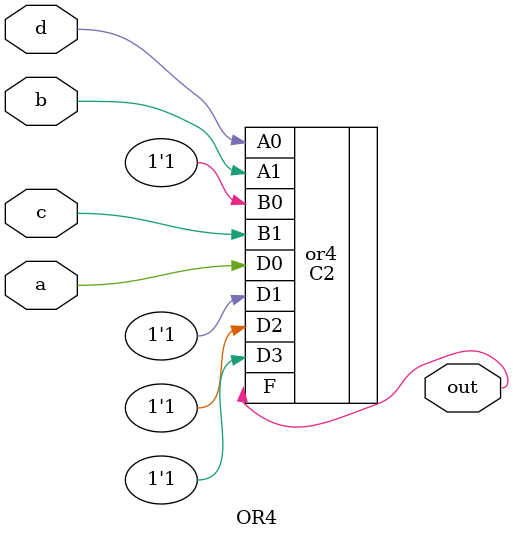
<source format=v>
module OR4(a, b, c, d, out);
    input a, b, c, d;
    output out;
    C2 #(1) or4(.D0(a), .D1(1'b1), .D2(1'b1), .D3(1'b1), .A1(b), .B1(c), .A0(d), .B0(1'b1), .F(out));
endmodule
</source>
